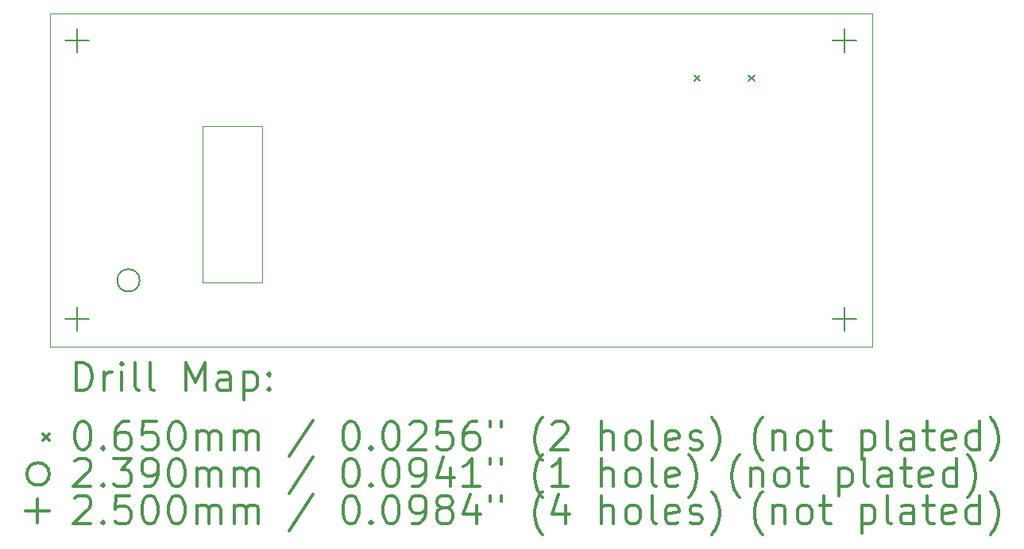
<source format=gbr>
%FSLAX45Y45*%
G04 Gerber Fmt 4.5, Leading zero omitted, Abs format (unit mm)*
G04 Created by KiCad (PCBNEW (5.1.12)-1) date 2022-06-29 22:30:33*
%MOMM*%
%LPD*%
G01*
G04 APERTURE LIST*
%TA.AperFunction,Profile*%
%ADD10C,0.100000*%
%TD*%
%ADD11C,0.200000*%
%ADD12C,0.300000*%
G04 APERTURE END LIST*
D10*
X11150600Y-10401300D02*
X11150600Y-12065000D01*
X10515600Y-10401300D02*
X11150600Y-10401300D01*
X10515600Y-12065000D02*
X10515600Y-10401300D01*
X11150600Y-12065000D02*
X10515600Y-12065000D01*
X17653000Y-9194800D02*
X17653000Y-12750800D01*
X8890000Y-9194800D02*
X17653000Y-9194800D01*
X8890000Y-12750800D02*
X8890000Y-9194800D01*
X17653000Y-12750800D02*
X8890000Y-12750800D01*
D11*
X15756700Y-9854100D02*
X15821700Y-9919100D01*
X15821700Y-9854100D02*
X15756700Y-9919100D01*
X16334700Y-9854100D02*
X16399700Y-9919100D01*
X16399700Y-9854100D02*
X16334700Y-9919100D01*
X9848300Y-12045500D02*
G75*
G03*
X9848300Y-12045500I-119500J0D01*
G01*
X9182100Y-9361900D02*
X9182100Y-9611900D01*
X9057100Y-9486900D02*
X9307100Y-9486900D01*
X9182100Y-12333700D02*
X9182100Y-12583700D01*
X9057100Y-12458700D02*
X9307100Y-12458700D01*
X17360900Y-9361900D02*
X17360900Y-9611900D01*
X17235900Y-9486900D02*
X17485900Y-9486900D01*
X17360900Y-12333700D02*
X17360900Y-12583700D01*
X17235900Y-12458700D02*
X17485900Y-12458700D01*
D12*
X9171428Y-13221514D02*
X9171428Y-12921514D01*
X9242857Y-12921514D01*
X9285714Y-12935800D01*
X9314286Y-12964371D01*
X9328571Y-12992943D01*
X9342857Y-13050086D01*
X9342857Y-13092943D01*
X9328571Y-13150086D01*
X9314286Y-13178657D01*
X9285714Y-13207229D01*
X9242857Y-13221514D01*
X9171428Y-13221514D01*
X9471428Y-13221514D02*
X9471428Y-13021514D01*
X9471428Y-13078657D02*
X9485714Y-13050086D01*
X9500000Y-13035800D01*
X9528571Y-13021514D01*
X9557143Y-13021514D01*
X9657143Y-13221514D02*
X9657143Y-13021514D01*
X9657143Y-12921514D02*
X9642857Y-12935800D01*
X9657143Y-12950086D01*
X9671428Y-12935800D01*
X9657143Y-12921514D01*
X9657143Y-12950086D01*
X9842857Y-13221514D02*
X9814286Y-13207229D01*
X9800000Y-13178657D01*
X9800000Y-12921514D01*
X10000000Y-13221514D02*
X9971428Y-13207229D01*
X9957143Y-13178657D01*
X9957143Y-12921514D01*
X10342857Y-13221514D02*
X10342857Y-12921514D01*
X10442857Y-13135800D01*
X10542857Y-12921514D01*
X10542857Y-13221514D01*
X10814286Y-13221514D02*
X10814286Y-13064371D01*
X10800000Y-13035800D01*
X10771428Y-13021514D01*
X10714286Y-13021514D01*
X10685714Y-13035800D01*
X10814286Y-13207229D02*
X10785714Y-13221514D01*
X10714286Y-13221514D01*
X10685714Y-13207229D01*
X10671428Y-13178657D01*
X10671428Y-13150086D01*
X10685714Y-13121514D01*
X10714286Y-13107229D01*
X10785714Y-13107229D01*
X10814286Y-13092943D01*
X10957143Y-13021514D02*
X10957143Y-13321514D01*
X10957143Y-13035800D02*
X10985714Y-13021514D01*
X11042857Y-13021514D01*
X11071428Y-13035800D01*
X11085714Y-13050086D01*
X11100000Y-13078657D01*
X11100000Y-13164371D01*
X11085714Y-13192943D01*
X11071428Y-13207229D01*
X11042857Y-13221514D01*
X10985714Y-13221514D01*
X10957143Y-13207229D01*
X11228571Y-13192943D02*
X11242857Y-13207229D01*
X11228571Y-13221514D01*
X11214286Y-13207229D01*
X11228571Y-13192943D01*
X11228571Y-13221514D01*
X11228571Y-13035800D02*
X11242857Y-13050086D01*
X11228571Y-13064371D01*
X11214286Y-13050086D01*
X11228571Y-13035800D01*
X11228571Y-13064371D01*
X8820000Y-13683300D02*
X8885000Y-13748300D01*
X8885000Y-13683300D02*
X8820000Y-13748300D01*
X9228571Y-13551514D02*
X9257143Y-13551514D01*
X9285714Y-13565800D01*
X9300000Y-13580086D01*
X9314286Y-13608657D01*
X9328571Y-13665800D01*
X9328571Y-13737229D01*
X9314286Y-13794371D01*
X9300000Y-13822943D01*
X9285714Y-13837229D01*
X9257143Y-13851514D01*
X9228571Y-13851514D01*
X9200000Y-13837229D01*
X9185714Y-13822943D01*
X9171428Y-13794371D01*
X9157143Y-13737229D01*
X9157143Y-13665800D01*
X9171428Y-13608657D01*
X9185714Y-13580086D01*
X9200000Y-13565800D01*
X9228571Y-13551514D01*
X9457143Y-13822943D02*
X9471428Y-13837229D01*
X9457143Y-13851514D01*
X9442857Y-13837229D01*
X9457143Y-13822943D01*
X9457143Y-13851514D01*
X9728571Y-13551514D02*
X9671428Y-13551514D01*
X9642857Y-13565800D01*
X9628571Y-13580086D01*
X9600000Y-13622943D01*
X9585714Y-13680086D01*
X9585714Y-13794371D01*
X9600000Y-13822943D01*
X9614286Y-13837229D01*
X9642857Y-13851514D01*
X9700000Y-13851514D01*
X9728571Y-13837229D01*
X9742857Y-13822943D01*
X9757143Y-13794371D01*
X9757143Y-13722943D01*
X9742857Y-13694371D01*
X9728571Y-13680086D01*
X9700000Y-13665800D01*
X9642857Y-13665800D01*
X9614286Y-13680086D01*
X9600000Y-13694371D01*
X9585714Y-13722943D01*
X10028571Y-13551514D02*
X9885714Y-13551514D01*
X9871428Y-13694371D01*
X9885714Y-13680086D01*
X9914286Y-13665800D01*
X9985714Y-13665800D01*
X10014286Y-13680086D01*
X10028571Y-13694371D01*
X10042857Y-13722943D01*
X10042857Y-13794371D01*
X10028571Y-13822943D01*
X10014286Y-13837229D01*
X9985714Y-13851514D01*
X9914286Y-13851514D01*
X9885714Y-13837229D01*
X9871428Y-13822943D01*
X10228571Y-13551514D02*
X10257143Y-13551514D01*
X10285714Y-13565800D01*
X10300000Y-13580086D01*
X10314286Y-13608657D01*
X10328571Y-13665800D01*
X10328571Y-13737229D01*
X10314286Y-13794371D01*
X10300000Y-13822943D01*
X10285714Y-13837229D01*
X10257143Y-13851514D01*
X10228571Y-13851514D01*
X10200000Y-13837229D01*
X10185714Y-13822943D01*
X10171428Y-13794371D01*
X10157143Y-13737229D01*
X10157143Y-13665800D01*
X10171428Y-13608657D01*
X10185714Y-13580086D01*
X10200000Y-13565800D01*
X10228571Y-13551514D01*
X10457143Y-13851514D02*
X10457143Y-13651514D01*
X10457143Y-13680086D02*
X10471428Y-13665800D01*
X10500000Y-13651514D01*
X10542857Y-13651514D01*
X10571428Y-13665800D01*
X10585714Y-13694371D01*
X10585714Y-13851514D01*
X10585714Y-13694371D02*
X10600000Y-13665800D01*
X10628571Y-13651514D01*
X10671428Y-13651514D01*
X10700000Y-13665800D01*
X10714286Y-13694371D01*
X10714286Y-13851514D01*
X10857143Y-13851514D02*
X10857143Y-13651514D01*
X10857143Y-13680086D02*
X10871428Y-13665800D01*
X10900000Y-13651514D01*
X10942857Y-13651514D01*
X10971428Y-13665800D01*
X10985714Y-13694371D01*
X10985714Y-13851514D01*
X10985714Y-13694371D02*
X11000000Y-13665800D01*
X11028571Y-13651514D01*
X11071428Y-13651514D01*
X11100000Y-13665800D01*
X11114286Y-13694371D01*
X11114286Y-13851514D01*
X11700000Y-13537229D02*
X11442857Y-13922943D01*
X12085714Y-13551514D02*
X12114286Y-13551514D01*
X12142857Y-13565800D01*
X12157143Y-13580086D01*
X12171428Y-13608657D01*
X12185714Y-13665800D01*
X12185714Y-13737229D01*
X12171428Y-13794371D01*
X12157143Y-13822943D01*
X12142857Y-13837229D01*
X12114286Y-13851514D01*
X12085714Y-13851514D01*
X12057143Y-13837229D01*
X12042857Y-13822943D01*
X12028571Y-13794371D01*
X12014286Y-13737229D01*
X12014286Y-13665800D01*
X12028571Y-13608657D01*
X12042857Y-13580086D01*
X12057143Y-13565800D01*
X12085714Y-13551514D01*
X12314286Y-13822943D02*
X12328571Y-13837229D01*
X12314286Y-13851514D01*
X12300000Y-13837229D01*
X12314286Y-13822943D01*
X12314286Y-13851514D01*
X12514286Y-13551514D02*
X12542857Y-13551514D01*
X12571428Y-13565800D01*
X12585714Y-13580086D01*
X12600000Y-13608657D01*
X12614286Y-13665800D01*
X12614286Y-13737229D01*
X12600000Y-13794371D01*
X12585714Y-13822943D01*
X12571428Y-13837229D01*
X12542857Y-13851514D01*
X12514286Y-13851514D01*
X12485714Y-13837229D01*
X12471428Y-13822943D01*
X12457143Y-13794371D01*
X12442857Y-13737229D01*
X12442857Y-13665800D01*
X12457143Y-13608657D01*
X12471428Y-13580086D01*
X12485714Y-13565800D01*
X12514286Y-13551514D01*
X12728571Y-13580086D02*
X12742857Y-13565800D01*
X12771428Y-13551514D01*
X12842857Y-13551514D01*
X12871428Y-13565800D01*
X12885714Y-13580086D01*
X12900000Y-13608657D01*
X12900000Y-13637229D01*
X12885714Y-13680086D01*
X12714286Y-13851514D01*
X12900000Y-13851514D01*
X13171428Y-13551514D02*
X13028571Y-13551514D01*
X13014286Y-13694371D01*
X13028571Y-13680086D01*
X13057143Y-13665800D01*
X13128571Y-13665800D01*
X13157143Y-13680086D01*
X13171428Y-13694371D01*
X13185714Y-13722943D01*
X13185714Y-13794371D01*
X13171428Y-13822943D01*
X13157143Y-13837229D01*
X13128571Y-13851514D01*
X13057143Y-13851514D01*
X13028571Y-13837229D01*
X13014286Y-13822943D01*
X13442857Y-13551514D02*
X13385714Y-13551514D01*
X13357143Y-13565800D01*
X13342857Y-13580086D01*
X13314286Y-13622943D01*
X13300000Y-13680086D01*
X13300000Y-13794371D01*
X13314286Y-13822943D01*
X13328571Y-13837229D01*
X13357143Y-13851514D01*
X13414286Y-13851514D01*
X13442857Y-13837229D01*
X13457143Y-13822943D01*
X13471428Y-13794371D01*
X13471428Y-13722943D01*
X13457143Y-13694371D01*
X13442857Y-13680086D01*
X13414286Y-13665800D01*
X13357143Y-13665800D01*
X13328571Y-13680086D01*
X13314286Y-13694371D01*
X13300000Y-13722943D01*
X13585714Y-13551514D02*
X13585714Y-13608657D01*
X13700000Y-13551514D02*
X13700000Y-13608657D01*
X14142857Y-13965800D02*
X14128571Y-13951514D01*
X14100000Y-13908657D01*
X14085714Y-13880086D01*
X14071428Y-13837229D01*
X14057143Y-13765800D01*
X14057143Y-13708657D01*
X14071428Y-13637229D01*
X14085714Y-13594371D01*
X14100000Y-13565800D01*
X14128571Y-13522943D01*
X14142857Y-13508657D01*
X14242857Y-13580086D02*
X14257143Y-13565800D01*
X14285714Y-13551514D01*
X14357143Y-13551514D01*
X14385714Y-13565800D01*
X14400000Y-13580086D01*
X14414286Y-13608657D01*
X14414286Y-13637229D01*
X14400000Y-13680086D01*
X14228571Y-13851514D01*
X14414286Y-13851514D01*
X14771428Y-13851514D02*
X14771428Y-13551514D01*
X14900000Y-13851514D02*
X14900000Y-13694371D01*
X14885714Y-13665800D01*
X14857143Y-13651514D01*
X14814286Y-13651514D01*
X14785714Y-13665800D01*
X14771428Y-13680086D01*
X15085714Y-13851514D02*
X15057143Y-13837229D01*
X15042857Y-13822943D01*
X15028571Y-13794371D01*
X15028571Y-13708657D01*
X15042857Y-13680086D01*
X15057143Y-13665800D01*
X15085714Y-13651514D01*
X15128571Y-13651514D01*
X15157143Y-13665800D01*
X15171428Y-13680086D01*
X15185714Y-13708657D01*
X15185714Y-13794371D01*
X15171428Y-13822943D01*
X15157143Y-13837229D01*
X15128571Y-13851514D01*
X15085714Y-13851514D01*
X15357143Y-13851514D02*
X15328571Y-13837229D01*
X15314286Y-13808657D01*
X15314286Y-13551514D01*
X15585714Y-13837229D02*
X15557143Y-13851514D01*
X15500000Y-13851514D01*
X15471428Y-13837229D01*
X15457143Y-13808657D01*
X15457143Y-13694371D01*
X15471428Y-13665800D01*
X15500000Y-13651514D01*
X15557143Y-13651514D01*
X15585714Y-13665800D01*
X15600000Y-13694371D01*
X15600000Y-13722943D01*
X15457143Y-13751514D01*
X15714286Y-13837229D02*
X15742857Y-13851514D01*
X15800000Y-13851514D01*
X15828571Y-13837229D01*
X15842857Y-13808657D01*
X15842857Y-13794371D01*
X15828571Y-13765800D01*
X15800000Y-13751514D01*
X15757143Y-13751514D01*
X15728571Y-13737229D01*
X15714286Y-13708657D01*
X15714286Y-13694371D01*
X15728571Y-13665800D01*
X15757143Y-13651514D01*
X15800000Y-13651514D01*
X15828571Y-13665800D01*
X15942857Y-13965800D02*
X15957143Y-13951514D01*
X15985714Y-13908657D01*
X16000000Y-13880086D01*
X16014286Y-13837229D01*
X16028571Y-13765800D01*
X16028571Y-13708657D01*
X16014286Y-13637229D01*
X16000000Y-13594371D01*
X15985714Y-13565800D01*
X15957143Y-13522943D01*
X15942857Y-13508657D01*
X16485714Y-13965800D02*
X16471428Y-13951514D01*
X16442857Y-13908657D01*
X16428571Y-13880086D01*
X16414286Y-13837229D01*
X16400000Y-13765800D01*
X16400000Y-13708657D01*
X16414286Y-13637229D01*
X16428571Y-13594371D01*
X16442857Y-13565800D01*
X16471428Y-13522943D01*
X16485714Y-13508657D01*
X16600000Y-13651514D02*
X16600000Y-13851514D01*
X16600000Y-13680086D02*
X16614286Y-13665800D01*
X16642857Y-13651514D01*
X16685714Y-13651514D01*
X16714286Y-13665800D01*
X16728571Y-13694371D01*
X16728571Y-13851514D01*
X16914286Y-13851514D02*
X16885714Y-13837229D01*
X16871428Y-13822943D01*
X16857143Y-13794371D01*
X16857143Y-13708657D01*
X16871428Y-13680086D01*
X16885714Y-13665800D01*
X16914286Y-13651514D01*
X16957143Y-13651514D01*
X16985714Y-13665800D01*
X17000000Y-13680086D01*
X17014286Y-13708657D01*
X17014286Y-13794371D01*
X17000000Y-13822943D01*
X16985714Y-13837229D01*
X16957143Y-13851514D01*
X16914286Y-13851514D01*
X17100000Y-13651514D02*
X17214286Y-13651514D01*
X17142857Y-13551514D02*
X17142857Y-13808657D01*
X17157143Y-13837229D01*
X17185714Y-13851514D01*
X17214286Y-13851514D01*
X17542857Y-13651514D02*
X17542857Y-13951514D01*
X17542857Y-13665800D02*
X17571428Y-13651514D01*
X17628571Y-13651514D01*
X17657143Y-13665800D01*
X17671428Y-13680086D01*
X17685714Y-13708657D01*
X17685714Y-13794371D01*
X17671428Y-13822943D01*
X17657143Y-13837229D01*
X17628571Y-13851514D01*
X17571428Y-13851514D01*
X17542857Y-13837229D01*
X17857143Y-13851514D02*
X17828571Y-13837229D01*
X17814286Y-13808657D01*
X17814286Y-13551514D01*
X18100000Y-13851514D02*
X18100000Y-13694371D01*
X18085714Y-13665800D01*
X18057143Y-13651514D01*
X18000000Y-13651514D01*
X17971428Y-13665800D01*
X18100000Y-13837229D02*
X18071428Y-13851514D01*
X18000000Y-13851514D01*
X17971428Y-13837229D01*
X17957143Y-13808657D01*
X17957143Y-13780086D01*
X17971428Y-13751514D01*
X18000000Y-13737229D01*
X18071428Y-13737229D01*
X18100000Y-13722943D01*
X18200000Y-13651514D02*
X18314286Y-13651514D01*
X18242857Y-13551514D02*
X18242857Y-13808657D01*
X18257143Y-13837229D01*
X18285714Y-13851514D01*
X18314286Y-13851514D01*
X18528571Y-13837229D02*
X18500000Y-13851514D01*
X18442857Y-13851514D01*
X18414286Y-13837229D01*
X18400000Y-13808657D01*
X18400000Y-13694371D01*
X18414286Y-13665800D01*
X18442857Y-13651514D01*
X18500000Y-13651514D01*
X18528571Y-13665800D01*
X18542857Y-13694371D01*
X18542857Y-13722943D01*
X18400000Y-13751514D01*
X18800000Y-13851514D02*
X18800000Y-13551514D01*
X18800000Y-13837229D02*
X18771428Y-13851514D01*
X18714286Y-13851514D01*
X18685714Y-13837229D01*
X18671428Y-13822943D01*
X18657143Y-13794371D01*
X18657143Y-13708657D01*
X18671428Y-13680086D01*
X18685714Y-13665800D01*
X18714286Y-13651514D01*
X18771428Y-13651514D01*
X18800000Y-13665800D01*
X18914286Y-13965800D02*
X18928571Y-13951514D01*
X18957143Y-13908657D01*
X18971428Y-13880086D01*
X18985714Y-13837229D01*
X19000000Y-13765800D01*
X19000000Y-13708657D01*
X18985714Y-13637229D01*
X18971428Y-13594371D01*
X18957143Y-13565800D01*
X18928571Y-13522943D01*
X18914286Y-13508657D01*
X8885000Y-14111800D02*
G75*
G03*
X8885000Y-14111800I-119500J0D01*
G01*
X9157143Y-13976086D02*
X9171428Y-13961800D01*
X9200000Y-13947514D01*
X9271428Y-13947514D01*
X9300000Y-13961800D01*
X9314286Y-13976086D01*
X9328571Y-14004657D01*
X9328571Y-14033229D01*
X9314286Y-14076086D01*
X9142857Y-14247514D01*
X9328571Y-14247514D01*
X9457143Y-14218943D02*
X9471428Y-14233229D01*
X9457143Y-14247514D01*
X9442857Y-14233229D01*
X9457143Y-14218943D01*
X9457143Y-14247514D01*
X9571428Y-13947514D02*
X9757143Y-13947514D01*
X9657143Y-14061800D01*
X9700000Y-14061800D01*
X9728571Y-14076086D01*
X9742857Y-14090371D01*
X9757143Y-14118943D01*
X9757143Y-14190371D01*
X9742857Y-14218943D01*
X9728571Y-14233229D01*
X9700000Y-14247514D01*
X9614286Y-14247514D01*
X9585714Y-14233229D01*
X9571428Y-14218943D01*
X9900000Y-14247514D02*
X9957143Y-14247514D01*
X9985714Y-14233229D01*
X10000000Y-14218943D01*
X10028571Y-14176086D01*
X10042857Y-14118943D01*
X10042857Y-14004657D01*
X10028571Y-13976086D01*
X10014286Y-13961800D01*
X9985714Y-13947514D01*
X9928571Y-13947514D01*
X9900000Y-13961800D01*
X9885714Y-13976086D01*
X9871428Y-14004657D01*
X9871428Y-14076086D01*
X9885714Y-14104657D01*
X9900000Y-14118943D01*
X9928571Y-14133229D01*
X9985714Y-14133229D01*
X10014286Y-14118943D01*
X10028571Y-14104657D01*
X10042857Y-14076086D01*
X10228571Y-13947514D02*
X10257143Y-13947514D01*
X10285714Y-13961800D01*
X10300000Y-13976086D01*
X10314286Y-14004657D01*
X10328571Y-14061800D01*
X10328571Y-14133229D01*
X10314286Y-14190371D01*
X10300000Y-14218943D01*
X10285714Y-14233229D01*
X10257143Y-14247514D01*
X10228571Y-14247514D01*
X10200000Y-14233229D01*
X10185714Y-14218943D01*
X10171428Y-14190371D01*
X10157143Y-14133229D01*
X10157143Y-14061800D01*
X10171428Y-14004657D01*
X10185714Y-13976086D01*
X10200000Y-13961800D01*
X10228571Y-13947514D01*
X10457143Y-14247514D02*
X10457143Y-14047514D01*
X10457143Y-14076086D02*
X10471428Y-14061800D01*
X10500000Y-14047514D01*
X10542857Y-14047514D01*
X10571428Y-14061800D01*
X10585714Y-14090371D01*
X10585714Y-14247514D01*
X10585714Y-14090371D02*
X10600000Y-14061800D01*
X10628571Y-14047514D01*
X10671428Y-14047514D01*
X10700000Y-14061800D01*
X10714286Y-14090371D01*
X10714286Y-14247514D01*
X10857143Y-14247514D02*
X10857143Y-14047514D01*
X10857143Y-14076086D02*
X10871428Y-14061800D01*
X10900000Y-14047514D01*
X10942857Y-14047514D01*
X10971428Y-14061800D01*
X10985714Y-14090371D01*
X10985714Y-14247514D01*
X10985714Y-14090371D02*
X11000000Y-14061800D01*
X11028571Y-14047514D01*
X11071428Y-14047514D01*
X11100000Y-14061800D01*
X11114286Y-14090371D01*
X11114286Y-14247514D01*
X11700000Y-13933229D02*
X11442857Y-14318943D01*
X12085714Y-13947514D02*
X12114286Y-13947514D01*
X12142857Y-13961800D01*
X12157143Y-13976086D01*
X12171428Y-14004657D01*
X12185714Y-14061800D01*
X12185714Y-14133229D01*
X12171428Y-14190371D01*
X12157143Y-14218943D01*
X12142857Y-14233229D01*
X12114286Y-14247514D01*
X12085714Y-14247514D01*
X12057143Y-14233229D01*
X12042857Y-14218943D01*
X12028571Y-14190371D01*
X12014286Y-14133229D01*
X12014286Y-14061800D01*
X12028571Y-14004657D01*
X12042857Y-13976086D01*
X12057143Y-13961800D01*
X12085714Y-13947514D01*
X12314286Y-14218943D02*
X12328571Y-14233229D01*
X12314286Y-14247514D01*
X12300000Y-14233229D01*
X12314286Y-14218943D01*
X12314286Y-14247514D01*
X12514286Y-13947514D02*
X12542857Y-13947514D01*
X12571428Y-13961800D01*
X12585714Y-13976086D01*
X12600000Y-14004657D01*
X12614286Y-14061800D01*
X12614286Y-14133229D01*
X12600000Y-14190371D01*
X12585714Y-14218943D01*
X12571428Y-14233229D01*
X12542857Y-14247514D01*
X12514286Y-14247514D01*
X12485714Y-14233229D01*
X12471428Y-14218943D01*
X12457143Y-14190371D01*
X12442857Y-14133229D01*
X12442857Y-14061800D01*
X12457143Y-14004657D01*
X12471428Y-13976086D01*
X12485714Y-13961800D01*
X12514286Y-13947514D01*
X12757143Y-14247514D02*
X12814286Y-14247514D01*
X12842857Y-14233229D01*
X12857143Y-14218943D01*
X12885714Y-14176086D01*
X12900000Y-14118943D01*
X12900000Y-14004657D01*
X12885714Y-13976086D01*
X12871428Y-13961800D01*
X12842857Y-13947514D01*
X12785714Y-13947514D01*
X12757143Y-13961800D01*
X12742857Y-13976086D01*
X12728571Y-14004657D01*
X12728571Y-14076086D01*
X12742857Y-14104657D01*
X12757143Y-14118943D01*
X12785714Y-14133229D01*
X12842857Y-14133229D01*
X12871428Y-14118943D01*
X12885714Y-14104657D01*
X12900000Y-14076086D01*
X13157143Y-14047514D02*
X13157143Y-14247514D01*
X13085714Y-13933229D02*
X13014286Y-14147514D01*
X13200000Y-14147514D01*
X13471428Y-14247514D02*
X13300000Y-14247514D01*
X13385714Y-14247514D02*
X13385714Y-13947514D01*
X13357143Y-13990371D01*
X13328571Y-14018943D01*
X13300000Y-14033229D01*
X13585714Y-13947514D02*
X13585714Y-14004657D01*
X13700000Y-13947514D02*
X13700000Y-14004657D01*
X14142857Y-14361800D02*
X14128571Y-14347514D01*
X14100000Y-14304657D01*
X14085714Y-14276086D01*
X14071428Y-14233229D01*
X14057143Y-14161800D01*
X14057143Y-14104657D01*
X14071428Y-14033229D01*
X14085714Y-13990371D01*
X14100000Y-13961800D01*
X14128571Y-13918943D01*
X14142857Y-13904657D01*
X14414286Y-14247514D02*
X14242857Y-14247514D01*
X14328571Y-14247514D02*
X14328571Y-13947514D01*
X14300000Y-13990371D01*
X14271428Y-14018943D01*
X14242857Y-14033229D01*
X14771428Y-14247514D02*
X14771428Y-13947514D01*
X14900000Y-14247514D02*
X14900000Y-14090371D01*
X14885714Y-14061800D01*
X14857143Y-14047514D01*
X14814286Y-14047514D01*
X14785714Y-14061800D01*
X14771428Y-14076086D01*
X15085714Y-14247514D02*
X15057143Y-14233229D01*
X15042857Y-14218943D01*
X15028571Y-14190371D01*
X15028571Y-14104657D01*
X15042857Y-14076086D01*
X15057143Y-14061800D01*
X15085714Y-14047514D01*
X15128571Y-14047514D01*
X15157143Y-14061800D01*
X15171428Y-14076086D01*
X15185714Y-14104657D01*
X15185714Y-14190371D01*
X15171428Y-14218943D01*
X15157143Y-14233229D01*
X15128571Y-14247514D01*
X15085714Y-14247514D01*
X15357143Y-14247514D02*
X15328571Y-14233229D01*
X15314286Y-14204657D01*
X15314286Y-13947514D01*
X15585714Y-14233229D02*
X15557143Y-14247514D01*
X15500000Y-14247514D01*
X15471428Y-14233229D01*
X15457143Y-14204657D01*
X15457143Y-14090371D01*
X15471428Y-14061800D01*
X15500000Y-14047514D01*
X15557143Y-14047514D01*
X15585714Y-14061800D01*
X15600000Y-14090371D01*
X15600000Y-14118943D01*
X15457143Y-14147514D01*
X15700000Y-14361800D02*
X15714286Y-14347514D01*
X15742857Y-14304657D01*
X15757143Y-14276086D01*
X15771428Y-14233229D01*
X15785714Y-14161800D01*
X15785714Y-14104657D01*
X15771428Y-14033229D01*
X15757143Y-13990371D01*
X15742857Y-13961800D01*
X15714286Y-13918943D01*
X15700000Y-13904657D01*
X16242857Y-14361800D02*
X16228571Y-14347514D01*
X16200000Y-14304657D01*
X16185714Y-14276086D01*
X16171428Y-14233229D01*
X16157143Y-14161800D01*
X16157143Y-14104657D01*
X16171428Y-14033229D01*
X16185714Y-13990371D01*
X16200000Y-13961800D01*
X16228571Y-13918943D01*
X16242857Y-13904657D01*
X16357143Y-14047514D02*
X16357143Y-14247514D01*
X16357143Y-14076086D02*
X16371428Y-14061800D01*
X16400000Y-14047514D01*
X16442857Y-14047514D01*
X16471428Y-14061800D01*
X16485714Y-14090371D01*
X16485714Y-14247514D01*
X16671428Y-14247514D02*
X16642857Y-14233229D01*
X16628571Y-14218943D01*
X16614286Y-14190371D01*
X16614286Y-14104657D01*
X16628571Y-14076086D01*
X16642857Y-14061800D01*
X16671428Y-14047514D01*
X16714286Y-14047514D01*
X16742857Y-14061800D01*
X16757143Y-14076086D01*
X16771428Y-14104657D01*
X16771428Y-14190371D01*
X16757143Y-14218943D01*
X16742857Y-14233229D01*
X16714286Y-14247514D01*
X16671428Y-14247514D01*
X16857143Y-14047514D02*
X16971428Y-14047514D01*
X16900000Y-13947514D02*
X16900000Y-14204657D01*
X16914286Y-14233229D01*
X16942857Y-14247514D01*
X16971428Y-14247514D01*
X17300000Y-14047514D02*
X17300000Y-14347514D01*
X17300000Y-14061800D02*
X17328571Y-14047514D01*
X17385714Y-14047514D01*
X17414286Y-14061800D01*
X17428571Y-14076086D01*
X17442857Y-14104657D01*
X17442857Y-14190371D01*
X17428571Y-14218943D01*
X17414286Y-14233229D01*
X17385714Y-14247514D01*
X17328571Y-14247514D01*
X17300000Y-14233229D01*
X17614286Y-14247514D02*
X17585714Y-14233229D01*
X17571428Y-14204657D01*
X17571428Y-13947514D01*
X17857143Y-14247514D02*
X17857143Y-14090371D01*
X17842857Y-14061800D01*
X17814286Y-14047514D01*
X17757143Y-14047514D01*
X17728571Y-14061800D01*
X17857143Y-14233229D02*
X17828571Y-14247514D01*
X17757143Y-14247514D01*
X17728571Y-14233229D01*
X17714286Y-14204657D01*
X17714286Y-14176086D01*
X17728571Y-14147514D01*
X17757143Y-14133229D01*
X17828571Y-14133229D01*
X17857143Y-14118943D01*
X17957143Y-14047514D02*
X18071428Y-14047514D01*
X18000000Y-13947514D02*
X18000000Y-14204657D01*
X18014286Y-14233229D01*
X18042857Y-14247514D01*
X18071428Y-14247514D01*
X18285714Y-14233229D02*
X18257143Y-14247514D01*
X18200000Y-14247514D01*
X18171428Y-14233229D01*
X18157143Y-14204657D01*
X18157143Y-14090371D01*
X18171428Y-14061800D01*
X18200000Y-14047514D01*
X18257143Y-14047514D01*
X18285714Y-14061800D01*
X18300000Y-14090371D01*
X18300000Y-14118943D01*
X18157143Y-14147514D01*
X18557143Y-14247514D02*
X18557143Y-13947514D01*
X18557143Y-14233229D02*
X18528571Y-14247514D01*
X18471428Y-14247514D01*
X18442857Y-14233229D01*
X18428571Y-14218943D01*
X18414286Y-14190371D01*
X18414286Y-14104657D01*
X18428571Y-14076086D01*
X18442857Y-14061800D01*
X18471428Y-14047514D01*
X18528571Y-14047514D01*
X18557143Y-14061800D01*
X18671428Y-14361800D02*
X18685714Y-14347514D01*
X18714286Y-14304657D01*
X18728571Y-14276086D01*
X18742857Y-14233229D01*
X18757143Y-14161800D01*
X18757143Y-14104657D01*
X18742857Y-14033229D01*
X18728571Y-13990371D01*
X18714286Y-13961800D01*
X18685714Y-13918943D01*
X18671428Y-13904657D01*
X8760000Y-14382800D02*
X8760000Y-14632800D01*
X8635000Y-14507800D02*
X8885000Y-14507800D01*
X9157143Y-14372086D02*
X9171428Y-14357800D01*
X9200000Y-14343514D01*
X9271428Y-14343514D01*
X9300000Y-14357800D01*
X9314286Y-14372086D01*
X9328571Y-14400657D01*
X9328571Y-14429229D01*
X9314286Y-14472086D01*
X9142857Y-14643514D01*
X9328571Y-14643514D01*
X9457143Y-14614943D02*
X9471428Y-14629229D01*
X9457143Y-14643514D01*
X9442857Y-14629229D01*
X9457143Y-14614943D01*
X9457143Y-14643514D01*
X9742857Y-14343514D02*
X9600000Y-14343514D01*
X9585714Y-14486371D01*
X9600000Y-14472086D01*
X9628571Y-14457800D01*
X9700000Y-14457800D01*
X9728571Y-14472086D01*
X9742857Y-14486371D01*
X9757143Y-14514943D01*
X9757143Y-14586371D01*
X9742857Y-14614943D01*
X9728571Y-14629229D01*
X9700000Y-14643514D01*
X9628571Y-14643514D01*
X9600000Y-14629229D01*
X9585714Y-14614943D01*
X9942857Y-14343514D02*
X9971428Y-14343514D01*
X10000000Y-14357800D01*
X10014286Y-14372086D01*
X10028571Y-14400657D01*
X10042857Y-14457800D01*
X10042857Y-14529229D01*
X10028571Y-14586371D01*
X10014286Y-14614943D01*
X10000000Y-14629229D01*
X9971428Y-14643514D01*
X9942857Y-14643514D01*
X9914286Y-14629229D01*
X9900000Y-14614943D01*
X9885714Y-14586371D01*
X9871428Y-14529229D01*
X9871428Y-14457800D01*
X9885714Y-14400657D01*
X9900000Y-14372086D01*
X9914286Y-14357800D01*
X9942857Y-14343514D01*
X10228571Y-14343514D02*
X10257143Y-14343514D01*
X10285714Y-14357800D01*
X10300000Y-14372086D01*
X10314286Y-14400657D01*
X10328571Y-14457800D01*
X10328571Y-14529229D01*
X10314286Y-14586371D01*
X10300000Y-14614943D01*
X10285714Y-14629229D01*
X10257143Y-14643514D01*
X10228571Y-14643514D01*
X10200000Y-14629229D01*
X10185714Y-14614943D01*
X10171428Y-14586371D01*
X10157143Y-14529229D01*
X10157143Y-14457800D01*
X10171428Y-14400657D01*
X10185714Y-14372086D01*
X10200000Y-14357800D01*
X10228571Y-14343514D01*
X10457143Y-14643514D02*
X10457143Y-14443514D01*
X10457143Y-14472086D02*
X10471428Y-14457800D01*
X10500000Y-14443514D01*
X10542857Y-14443514D01*
X10571428Y-14457800D01*
X10585714Y-14486371D01*
X10585714Y-14643514D01*
X10585714Y-14486371D02*
X10600000Y-14457800D01*
X10628571Y-14443514D01*
X10671428Y-14443514D01*
X10700000Y-14457800D01*
X10714286Y-14486371D01*
X10714286Y-14643514D01*
X10857143Y-14643514D02*
X10857143Y-14443514D01*
X10857143Y-14472086D02*
X10871428Y-14457800D01*
X10900000Y-14443514D01*
X10942857Y-14443514D01*
X10971428Y-14457800D01*
X10985714Y-14486371D01*
X10985714Y-14643514D01*
X10985714Y-14486371D02*
X11000000Y-14457800D01*
X11028571Y-14443514D01*
X11071428Y-14443514D01*
X11100000Y-14457800D01*
X11114286Y-14486371D01*
X11114286Y-14643514D01*
X11700000Y-14329229D02*
X11442857Y-14714943D01*
X12085714Y-14343514D02*
X12114286Y-14343514D01*
X12142857Y-14357800D01*
X12157143Y-14372086D01*
X12171428Y-14400657D01*
X12185714Y-14457800D01*
X12185714Y-14529229D01*
X12171428Y-14586371D01*
X12157143Y-14614943D01*
X12142857Y-14629229D01*
X12114286Y-14643514D01*
X12085714Y-14643514D01*
X12057143Y-14629229D01*
X12042857Y-14614943D01*
X12028571Y-14586371D01*
X12014286Y-14529229D01*
X12014286Y-14457800D01*
X12028571Y-14400657D01*
X12042857Y-14372086D01*
X12057143Y-14357800D01*
X12085714Y-14343514D01*
X12314286Y-14614943D02*
X12328571Y-14629229D01*
X12314286Y-14643514D01*
X12300000Y-14629229D01*
X12314286Y-14614943D01*
X12314286Y-14643514D01*
X12514286Y-14343514D02*
X12542857Y-14343514D01*
X12571428Y-14357800D01*
X12585714Y-14372086D01*
X12600000Y-14400657D01*
X12614286Y-14457800D01*
X12614286Y-14529229D01*
X12600000Y-14586371D01*
X12585714Y-14614943D01*
X12571428Y-14629229D01*
X12542857Y-14643514D01*
X12514286Y-14643514D01*
X12485714Y-14629229D01*
X12471428Y-14614943D01*
X12457143Y-14586371D01*
X12442857Y-14529229D01*
X12442857Y-14457800D01*
X12457143Y-14400657D01*
X12471428Y-14372086D01*
X12485714Y-14357800D01*
X12514286Y-14343514D01*
X12757143Y-14643514D02*
X12814286Y-14643514D01*
X12842857Y-14629229D01*
X12857143Y-14614943D01*
X12885714Y-14572086D01*
X12900000Y-14514943D01*
X12900000Y-14400657D01*
X12885714Y-14372086D01*
X12871428Y-14357800D01*
X12842857Y-14343514D01*
X12785714Y-14343514D01*
X12757143Y-14357800D01*
X12742857Y-14372086D01*
X12728571Y-14400657D01*
X12728571Y-14472086D01*
X12742857Y-14500657D01*
X12757143Y-14514943D01*
X12785714Y-14529229D01*
X12842857Y-14529229D01*
X12871428Y-14514943D01*
X12885714Y-14500657D01*
X12900000Y-14472086D01*
X13071428Y-14472086D02*
X13042857Y-14457800D01*
X13028571Y-14443514D01*
X13014286Y-14414943D01*
X13014286Y-14400657D01*
X13028571Y-14372086D01*
X13042857Y-14357800D01*
X13071428Y-14343514D01*
X13128571Y-14343514D01*
X13157143Y-14357800D01*
X13171428Y-14372086D01*
X13185714Y-14400657D01*
X13185714Y-14414943D01*
X13171428Y-14443514D01*
X13157143Y-14457800D01*
X13128571Y-14472086D01*
X13071428Y-14472086D01*
X13042857Y-14486371D01*
X13028571Y-14500657D01*
X13014286Y-14529229D01*
X13014286Y-14586371D01*
X13028571Y-14614943D01*
X13042857Y-14629229D01*
X13071428Y-14643514D01*
X13128571Y-14643514D01*
X13157143Y-14629229D01*
X13171428Y-14614943D01*
X13185714Y-14586371D01*
X13185714Y-14529229D01*
X13171428Y-14500657D01*
X13157143Y-14486371D01*
X13128571Y-14472086D01*
X13442857Y-14443514D02*
X13442857Y-14643514D01*
X13371428Y-14329229D02*
X13300000Y-14543514D01*
X13485714Y-14543514D01*
X13585714Y-14343514D02*
X13585714Y-14400657D01*
X13700000Y-14343514D02*
X13700000Y-14400657D01*
X14142857Y-14757800D02*
X14128571Y-14743514D01*
X14100000Y-14700657D01*
X14085714Y-14672086D01*
X14071428Y-14629229D01*
X14057143Y-14557800D01*
X14057143Y-14500657D01*
X14071428Y-14429229D01*
X14085714Y-14386371D01*
X14100000Y-14357800D01*
X14128571Y-14314943D01*
X14142857Y-14300657D01*
X14385714Y-14443514D02*
X14385714Y-14643514D01*
X14314286Y-14329229D02*
X14242857Y-14543514D01*
X14428571Y-14543514D01*
X14771428Y-14643514D02*
X14771428Y-14343514D01*
X14900000Y-14643514D02*
X14900000Y-14486371D01*
X14885714Y-14457800D01*
X14857143Y-14443514D01*
X14814286Y-14443514D01*
X14785714Y-14457800D01*
X14771428Y-14472086D01*
X15085714Y-14643514D02*
X15057143Y-14629229D01*
X15042857Y-14614943D01*
X15028571Y-14586371D01*
X15028571Y-14500657D01*
X15042857Y-14472086D01*
X15057143Y-14457800D01*
X15085714Y-14443514D01*
X15128571Y-14443514D01*
X15157143Y-14457800D01*
X15171428Y-14472086D01*
X15185714Y-14500657D01*
X15185714Y-14586371D01*
X15171428Y-14614943D01*
X15157143Y-14629229D01*
X15128571Y-14643514D01*
X15085714Y-14643514D01*
X15357143Y-14643514D02*
X15328571Y-14629229D01*
X15314286Y-14600657D01*
X15314286Y-14343514D01*
X15585714Y-14629229D02*
X15557143Y-14643514D01*
X15500000Y-14643514D01*
X15471428Y-14629229D01*
X15457143Y-14600657D01*
X15457143Y-14486371D01*
X15471428Y-14457800D01*
X15500000Y-14443514D01*
X15557143Y-14443514D01*
X15585714Y-14457800D01*
X15600000Y-14486371D01*
X15600000Y-14514943D01*
X15457143Y-14543514D01*
X15714286Y-14629229D02*
X15742857Y-14643514D01*
X15800000Y-14643514D01*
X15828571Y-14629229D01*
X15842857Y-14600657D01*
X15842857Y-14586371D01*
X15828571Y-14557800D01*
X15800000Y-14543514D01*
X15757143Y-14543514D01*
X15728571Y-14529229D01*
X15714286Y-14500657D01*
X15714286Y-14486371D01*
X15728571Y-14457800D01*
X15757143Y-14443514D01*
X15800000Y-14443514D01*
X15828571Y-14457800D01*
X15942857Y-14757800D02*
X15957143Y-14743514D01*
X15985714Y-14700657D01*
X16000000Y-14672086D01*
X16014286Y-14629229D01*
X16028571Y-14557800D01*
X16028571Y-14500657D01*
X16014286Y-14429229D01*
X16000000Y-14386371D01*
X15985714Y-14357800D01*
X15957143Y-14314943D01*
X15942857Y-14300657D01*
X16485714Y-14757800D02*
X16471428Y-14743514D01*
X16442857Y-14700657D01*
X16428571Y-14672086D01*
X16414286Y-14629229D01*
X16400000Y-14557800D01*
X16400000Y-14500657D01*
X16414286Y-14429229D01*
X16428571Y-14386371D01*
X16442857Y-14357800D01*
X16471428Y-14314943D01*
X16485714Y-14300657D01*
X16600000Y-14443514D02*
X16600000Y-14643514D01*
X16600000Y-14472086D02*
X16614286Y-14457800D01*
X16642857Y-14443514D01*
X16685714Y-14443514D01*
X16714286Y-14457800D01*
X16728571Y-14486371D01*
X16728571Y-14643514D01*
X16914286Y-14643514D02*
X16885714Y-14629229D01*
X16871428Y-14614943D01*
X16857143Y-14586371D01*
X16857143Y-14500657D01*
X16871428Y-14472086D01*
X16885714Y-14457800D01*
X16914286Y-14443514D01*
X16957143Y-14443514D01*
X16985714Y-14457800D01*
X17000000Y-14472086D01*
X17014286Y-14500657D01*
X17014286Y-14586371D01*
X17000000Y-14614943D01*
X16985714Y-14629229D01*
X16957143Y-14643514D01*
X16914286Y-14643514D01*
X17100000Y-14443514D02*
X17214286Y-14443514D01*
X17142857Y-14343514D02*
X17142857Y-14600657D01*
X17157143Y-14629229D01*
X17185714Y-14643514D01*
X17214286Y-14643514D01*
X17542857Y-14443514D02*
X17542857Y-14743514D01*
X17542857Y-14457800D02*
X17571428Y-14443514D01*
X17628571Y-14443514D01*
X17657143Y-14457800D01*
X17671428Y-14472086D01*
X17685714Y-14500657D01*
X17685714Y-14586371D01*
X17671428Y-14614943D01*
X17657143Y-14629229D01*
X17628571Y-14643514D01*
X17571428Y-14643514D01*
X17542857Y-14629229D01*
X17857143Y-14643514D02*
X17828571Y-14629229D01*
X17814286Y-14600657D01*
X17814286Y-14343514D01*
X18100000Y-14643514D02*
X18100000Y-14486371D01*
X18085714Y-14457800D01*
X18057143Y-14443514D01*
X18000000Y-14443514D01*
X17971428Y-14457800D01*
X18100000Y-14629229D02*
X18071428Y-14643514D01*
X18000000Y-14643514D01*
X17971428Y-14629229D01*
X17957143Y-14600657D01*
X17957143Y-14572086D01*
X17971428Y-14543514D01*
X18000000Y-14529229D01*
X18071428Y-14529229D01*
X18100000Y-14514943D01*
X18200000Y-14443514D02*
X18314286Y-14443514D01*
X18242857Y-14343514D02*
X18242857Y-14600657D01*
X18257143Y-14629229D01*
X18285714Y-14643514D01*
X18314286Y-14643514D01*
X18528571Y-14629229D02*
X18500000Y-14643514D01*
X18442857Y-14643514D01*
X18414286Y-14629229D01*
X18400000Y-14600657D01*
X18400000Y-14486371D01*
X18414286Y-14457800D01*
X18442857Y-14443514D01*
X18500000Y-14443514D01*
X18528571Y-14457800D01*
X18542857Y-14486371D01*
X18542857Y-14514943D01*
X18400000Y-14543514D01*
X18800000Y-14643514D02*
X18800000Y-14343514D01*
X18800000Y-14629229D02*
X18771428Y-14643514D01*
X18714286Y-14643514D01*
X18685714Y-14629229D01*
X18671428Y-14614943D01*
X18657143Y-14586371D01*
X18657143Y-14500657D01*
X18671428Y-14472086D01*
X18685714Y-14457800D01*
X18714286Y-14443514D01*
X18771428Y-14443514D01*
X18800000Y-14457800D01*
X18914286Y-14757800D02*
X18928571Y-14743514D01*
X18957143Y-14700657D01*
X18971428Y-14672086D01*
X18985714Y-14629229D01*
X19000000Y-14557800D01*
X19000000Y-14500657D01*
X18985714Y-14429229D01*
X18971428Y-14386371D01*
X18957143Y-14357800D01*
X18928571Y-14314943D01*
X18914286Y-14300657D01*
M02*

</source>
